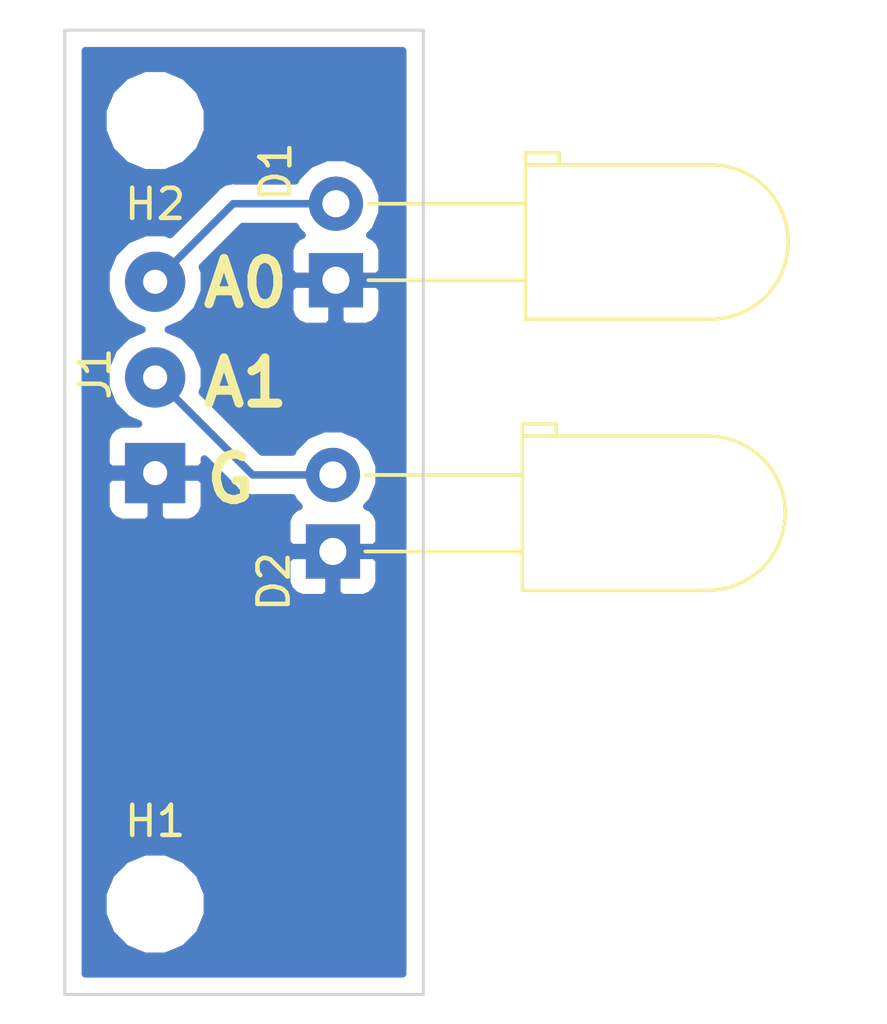
<source format=kicad_pcb>
(kicad_pcb (version 20171130) (host pcbnew 5.0.2-bee76a0~70~ubuntu18.04.1)

  (general
    (thickness 1.6)
    (drawings 11)
    (tracks 4)
    (zones 0)
    (modules 5)
    (nets 4)
  )

  (page A4)
  (layers
    (0 F.Cu signal)
    (31 B.Cu signal)
    (32 B.Adhes user)
    (33 F.Adhes user)
    (34 B.Paste user)
    (35 F.Paste user)
    (36 B.SilkS user)
    (37 F.SilkS user)
    (38 B.Mask user)
    (39 F.Mask user)
    (40 Dwgs.User user)
    (41 Cmts.User user)
    (42 Eco1.User user)
    (43 Eco2.User user)
    (44 Edge.Cuts user)
    (45 Margin user)
    (46 B.CrtYd user)
    (47 F.CrtYd user)
    (48 B.Fab user)
    (49 F.Fab user)
  )

  (setup
    (last_trace_width 0.25)
    (trace_clearance 0.2)
    (zone_clearance 0.508)
    (zone_45_only no)
    (trace_min 0.2)
    (segment_width 0.2)
    (edge_width 0.1)
    (via_size 0.8)
    (via_drill 0.4)
    (via_min_size 0.4)
    (via_min_drill 0.3)
    (uvia_size 0.3)
    (uvia_drill 0.1)
    (uvias_allowed no)
    (uvia_min_size 0.2)
    (uvia_min_drill 0.1)
    (pcb_text_width 0.3)
    (pcb_text_size 1.5 1.5)
    (mod_edge_width 0.15)
    (mod_text_size 1 1)
    (mod_text_width 0.15)
    (pad_size 1.5 1.5)
    (pad_drill 0.6)
    (pad_to_mask_clearance 0)
    (solder_mask_min_width 0.25)
    (aux_axis_origin 0 0)
    (visible_elements FFFFFF7F)
    (pcbplotparams
      (layerselection 0x010fc_ffffffff)
      (usegerberextensions true)
      (usegerberattributes false)
      (usegerberadvancedattributes false)
      (creategerberjobfile false)
      (excludeedgelayer true)
      (linewidth 0.100000)
      (plotframeref false)
      (viasonmask false)
      (mode 1)
      (useauxorigin false)
      (hpglpennumber 1)
      (hpglpenspeed 20)
      (hpglpendiameter 15.000000)
      (psnegative false)
      (psa4output false)
      (plotreference true)
      (plotvalue true)
      (plotinvisibletext false)
      (padsonsilk false)
      (subtractmaskfromsilk false)
      (outputformat 1)
      (mirror false)
      (drillshape 0)
      (scaleselection 1)
      (outputdirectory "Gerber/V1_5/"))
  )

  (net 0 "")
  (net 1 "Net-(D1-Pad1)")
  (net 2 "Net-(D1-Pad2)")
  (net 3 "Net-(D2-Pad2)")

  (net_class Default "This is the default net class."
    (clearance 0.2)
    (trace_width 0.25)
    (via_dia 0.8)
    (via_drill 0.4)
    (uvia_dia 0.3)
    (uvia_drill 0.1)
    (add_net "Net-(D1-Pad1)")
    (add_net "Net-(D1-Pad2)")
    (add_net "Net-(D2-Pad2)")
  )

  (module LED_THT:LED_D5.0mm_Horizontal_O6.35mm_Z9.0mm (layer F.Cu) (tedit 5880A863) (tstamp 5D35356E)
    (at 153.1 69.5 90)
    (descr "LED, diameter 5.0mm z-position of LED center 3.0mm, 2 pins, diameter 5.0mm z-position of LED center 3.0mm, 2 pins, diameter 5.0mm z-position of LED center 3.0mm, 2 pins, diameter 5.0mm z-position of LED center 9.0mm, 2 pins, diameter 5.0mm z-position of LED center 9.0mm, 2 pins, diameter 5.0mm z-position of LED center 9.0mm, 2 pins")
    (tags "LED diameter 5.0mm z-position of LED center 3.0mm 2 pins diameter 5.0mm z-position of LED center 3.0mm 2 pins diameter 5.0mm z-position of LED center 3.0mm 2 pins diameter 5.0mm z-position of LED center 9.0mm 2 pins diameter 5.0mm z-position of LED center 9.0mm 2 pins diameter 5.0mm z-position of LED center 9.0mm 2 pins")
    (path /5D3017E2)
    (fp_text reference D2 (at -1 -1.96 90) (layer F.SilkS)
      (effects (font (size 1 1) (thickness 0.15)))
    )
    (fp_text value IR333-A (at 1.27 16.01 90) (layer F.Fab)
      (effects (font (size 1 1) (thickness 0.15)))
    )
    (fp_arc (start 1.27 12.45) (end -1.23 12.45) (angle -180) (layer F.Fab) (width 0.1))
    (fp_arc (start 1.27 12.45) (end -1.29 12.45) (angle -180) (layer F.SilkS) (width 0.12))
    (fp_line (start -1.23 6.35) (end -1.23 12.45) (layer F.Fab) (width 0.1))
    (fp_line (start 3.77 6.35) (end 3.77 12.45) (layer F.Fab) (width 0.1))
    (fp_line (start -1.23 6.35) (end 3.77 6.35) (layer F.Fab) (width 0.1))
    (fp_line (start 4.17 6.35) (end 4.17 7.35) (layer F.Fab) (width 0.1))
    (fp_line (start 4.17 7.35) (end 3.77 7.35) (layer F.Fab) (width 0.1))
    (fp_line (start 3.77 7.35) (end 3.77 6.35) (layer F.Fab) (width 0.1))
    (fp_line (start 3.77 6.35) (end 4.17 6.35) (layer F.Fab) (width 0.1))
    (fp_line (start 0 0) (end 0 6.35) (layer F.Fab) (width 0.1))
    (fp_line (start 0 6.35) (end 0 6.35) (layer F.Fab) (width 0.1))
    (fp_line (start 0 6.35) (end 0 0) (layer F.Fab) (width 0.1))
    (fp_line (start 0 0) (end 0 0) (layer F.Fab) (width 0.1))
    (fp_line (start 2.54 0) (end 2.54 6.35) (layer F.Fab) (width 0.1))
    (fp_line (start 2.54 6.35) (end 2.54 6.35) (layer F.Fab) (width 0.1))
    (fp_line (start 2.54 6.35) (end 2.54 0) (layer F.Fab) (width 0.1))
    (fp_line (start 2.54 0) (end 2.54 0) (layer F.Fab) (width 0.1))
    (fp_line (start -1.29 6.29) (end -1.29 12.45) (layer F.SilkS) (width 0.12))
    (fp_line (start 3.83 6.29) (end 3.83 12.45) (layer F.SilkS) (width 0.12))
    (fp_line (start -1.29 6.29) (end 3.83 6.29) (layer F.SilkS) (width 0.12))
    (fp_line (start 4.23 6.29) (end 4.23 7.41) (layer F.SilkS) (width 0.12))
    (fp_line (start 4.23 7.41) (end 3.83 7.41) (layer F.SilkS) (width 0.12))
    (fp_line (start 3.83 7.41) (end 3.83 6.29) (layer F.SilkS) (width 0.12))
    (fp_line (start 3.83 6.29) (end 4.23 6.29) (layer F.SilkS) (width 0.12))
    (fp_line (start 0 1.08) (end 0 6.29) (layer F.SilkS) (width 0.12))
    (fp_line (start 0 6.29) (end 0 6.29) (layer F.SilkS) (width 0.12))
    (fp_line (start 0 6.29) (end 0 1.08) (layer F.SilkS) (width 0.12))
    (fp_line (start 0 1.08) (end 0 1.08) (layer F.SilkS) (width 0.12))
    (fp_line (start 2.54 1.08) (end 2.54 6.29) (layer F.SilkS) (width 0.12))
    (fp_line (start 2.54 6.29) (end 2.54 6.29) (layer F.SilkS) (width 0.12))
    (fp_line (start 2.54 6.29) (end 2.54 1.08) (layer F.SilkS) (width 0.12))
    (fp_line (start 2.54 1.08) (end 2.54 1.08) (layer F.SilkS) (width 0.12))
    (fp_line (start -1.95 -1.25) (end -1.95 15.3) (layer F.CrtYd) (width 0.05))
    (fp_line (start -1.95 15.3) (end 4.5 15.3) (layer F.CrtYd) (width 0.05))
    (fp_line (start 4.5 15.3) (end 4.5 -1.25) (layer F.CrtYd) (width 0.05))
    (fp_line (start 4.5 -1.25) (end -1.95 -1.25) (layer F.CrtYd) (width 0.05))
    (pad 1 thru_hole rect (at 0 0 90) (size 1.8 1.8) (drill 0.9) (layers *.Cu *.Mask)
      (net 1 "Net-(D1-Pad1)"))
    (pad 2 thru_hole circle (at 2.54 0 90) (size 1.8 1.8) (drill 0.9) (layers *.Cu *.Mask)
      (net 3 "Net-(D2-Pad2)"))
    (model ${KISYS3DMOD}/LED_THT.3dshapes/LED_D5.0mm_Horizontal_O6.35mm_Z9.0mm.wrl
      (at (xyz 0 0 0))
      (scale (xyz 1 1 1))
      (rotate (xyz 0 0 0))
    )
  )

  (module LED_THT:LED_D5.0mm_Horizontal_O6.35mm_Z9.0mm (layer F.Cu) (tedit 5880A863) (tstamp 5D352871)
    (at 153.2 60.5 90)
    (descr "LED, diameter 5.0mm z-position of LED center 3.0mm, 2 pins, diameter 5.0mm z-position of LED center 3.0mm, 2 pins, diameter 5.0mm z-position of LED center 3.0mm, 2 pins, diameter 5.0mm z-position of LED center 9.0mm, 2 pins, diameter 5.0mm z-position of LED center 9.0mm, 2 pins, diameter 5.0mm z-position of LED center 9.0mm, 2 pins")
    (tags "LED diameter 5.0mm z-position of LED center 3.0mm 2 pins diameter 5.0mm z-position of LED center 3.0mm 2 pins diameter 5.0mm z-position of LED center 3.0mm 2 pins diameter 5.0mm z-position of LED center 9.0mm 2 pins diameter 5.0mm z-position of LED center 9.0mm 2 pins diameter 5.0mm z-position of LED center 9.0mm 2 pins")
    (path /5CC072E3)
    (fp_text reference D1 (at 3.6 -2 90) (layer F.SilkS)
      (effects (font (size 1 1) (thickness 0.15)))
    )
    (fp_text value IR333-A (at 1.27 16.01 90) (layer F.Fab)
      (effects (font (size 1 1) (thickness 0.15)))
    )
    (fp_line (start 4.5 -1.25) (end -1.95 -1.25) (layer F.CrtYd) (width 0.05))
    (fp_line (start 4.5 15.3) (end 4.5 -1.25) (layer F.CrtYd) (width 0.05))
    (fp_line (start -1.95 15.3) (end 4.5 15.3) (layer F.CrtYd) (width 0.05))
    (fp_line (start -1.95 -1.25) (end -1.95 15.3) (layer F.CrtYd) (width 0.05))
    (fp_line (start 2.54 1.08) (end 2.54 1.08) (layer F.SilkS) (width 0.12))
    (fp_line (start 2.54 6.29) (end 2.54 1.08) (layer F.SilkS) (width 0.12))
    (fp_line (start 2.54 6.29) (end 2.54 6.29) (layer F.SilkS) (width 0.12))
    (fp_line (start 2.54 1.08) (end 2.54 6.29) (layer F.SilkS) (width 0.12))
    (fp_line (start 0 1.08) (end 0 1.08) (layer F.SilkS) (width 0.12))
    (fp_line (start 0 6.29) (end 0 1.08) (layer F.SilkS) (width 0.12))
    (fp_line (start 0 6.29) (end 0 6.29) (layer F.SilkS) (width 0.12))
    (fp_line (start 0 1.08) (end 0 6.29) (layer F.SilkS) (width 0.12))
    (fp_line (start 3.83 6.29) (end 4.23 6.29) (layer F.SilkS) (width 0.12))
    (fp_line (start 3.83 7.41) (end 3.83 6.29) (layer F.SilkS) (width 0.12))
    (fp_line (start 4.23 7.41) (end 3.83 7.41) (layer F.SilkS) (width 0.12))
    (fp_line (start 4.23 6.29) (end 4.23 7.41) (layer F.SilkS) (width 0.12))
    (fp_line (start -1.29 6.29) (end 3.83 6.29) (layer F.SilkS) (width 0.12))
    (fp_line (start 3.83 6.29) (end 3.83 12.45) (layer F.SilkS) (width 0.12))
    (fp_line (start -1.29 6.29) (end -1.29 12.45) (layer F.SilkS) (width 0.12))
    (fp_line (start 2.54 0) (end 2.54 0) (layer F.Fab) (width 0.1))
    (fp_line (start 2.54 6.35) (end 2.54 0) (layer F.Fab) (width 0.1))
    (fp_line (start 2.54 6.35) (end 2.54 6.35) (layer F.Fab) (width 0.1))
    (fp_line (start 2.54 0) (end 2.54 6.35) (layer F.Fab) (width 0.1))
    (fp_line (start 0 0) (end 0 0) (layer F.Fab) (width 0.1))
    (fp_line (start 0 6.35) (end 0 0) (layer F.Fab) (width 0.1))
    (fp_line (start 0 6.35) (end 0 6.35) (layer F.Fab) (width 0.1))
    (fp_line (start 0 0) (end 0 6.35) (layer F.Fab) (width 0.1))
    (fp_line (start 3.77 6.35) (end 4.17 6.35) (layer F.Fab) (width 0.1))
    (fp_line (start 3.77 7.35) (end 3.77 6.35) (layer F.Fab) (width 0.1))
    (fp_line (start 4.17 7.35) (end 3.77 7.35) (layer F.Fab) (width 0.1))
    (fp_line (start 4.17 6.35) (end 4.17 7.35) (layer F.Fab) (width 0.1))
    (fp_line (start -1.23 6.35) (end 3.77 6.35) (layer F.Fab) (width 0.1))
    (fp_line (start 3.77 6.35) (end 3.77 12.45) (layer F.Fab) (width 0.1))
    (fp_line (start -1.23 6.35) (end -1.23 12.45) (layer F.Fab) (width 0.1))
    (fp_arc (start 1.27 12.45) (end -1.29 12.45) (angle -180) (layer F.SilkS) (width 0.12))
    (fp_arc (start 1.27 12.45) (end -1.23 12.45) (angle -180) (layer F.Fab) (width 0.1))
    (pad 2 thru_hole circle (at 2.54 0 90) (size 1.8 1.8) (drill 0.9) (layers *.Cu *.Mask)
      (net 2 "Net-(D1-Pad2)"))
    (pad 1 thru_hole rect (at 0 0 90) (size 1.8 1.8) (drill 0.9) (layers *.Cu *.Mask)
      (net 1 "Net-(D1-Pad1)"))
    (model ${KISYS3DMOD}/LED_THT.3dshapes/LED_D5.0mm_Horizontal_O6.35mm_Z9.0mm.wrl
      (at (xyz 0 0 0))
      (scale (xyz 1 1 1))
      (rotate (xyz 0 0 0))
    )
  )

  (module Connector_Wire:SolderWirePad_1x03_P3.175mm_Drill0.8mm (layer F.Cu) (tedit 5AEE57A0) (tstamp 5D3528A7)
    (at 147.2 66.9 90)
    (descr "Wire solder connection")
    (tags connector)
    (path /5D30172D)
    (attr virtual)
    (fp_text reference J1 (at 3.3 -2 90) (layer F.SilkS)
      (effects (font (size 1 1) (thickness 0.15)))
    )
    (fp_text value Conn_01x03 (at 3.175 2.54 90) (layer F.Fab)
      (effects (font (size 1 1) (thickness 0.15)))
    )
    (fp_text user %R (at 3.175 0 90) (layer F.Fab)
      (effects (font (size 1 1) (thickness 0.15)))
    )
    (fp_line (start -1.49 -1.5) (end 7.85 -1.5) (layer F.CrtYd) (width 0.05))
    (fp_line (start -1.49 -1.5) (end -1.49 1.5) (layer F.CrtYd) (width 0.05))
    (fp_line (start 7.85 1.5) (end 7.85 -1.5) (layer F.CrtYd) (width 0.05))
    (fp_line (start 7.85 1.5) (end -1.49 1.5) (layer F.CrtYd) (width 0.05))
    (pad 1 thru_hole rect (at 0 0 90) (size 1.99898 1.99898) (drill 0.8001) (layers *.Cu *.Mask)
      (net 1 "Net-(D1-Pad1)"))
    (pad 2 thru_hole circle (at 3.175 0 90) (size 1.99898 1.99898) (drill 0.8001) (layers *.Cu *.Mask)
      (net 3 "Net-(D2-Pad2)"))
    (pad 3 thru_hole circle (at 6.35 0 90) (size 1.99898 1.99898) (drill 0.8001) (layers *.Cu *.Mask)
      (net 2 "Net-(D1-Pad2)"))
  )

  (module MountingHole:MountingHole_2.2mm_M2_ISO7380 (layer F.Cu) (tedit 56D1B4CB) (tstamp 5D353B69)
    (at 147.2 81.2)
    (descr "Mounting Hole 2.2mm, no annular, M2, ISO7380")
    (tags "mounting hole 2.2mm no annular m2 iso7380")
    (path /5D3538B8)
    (attr virtual)
    (fp_text reference H1 (at 0 -2.75) (layer F.SilkS)
      (effects (font (size 1 1) (thickness 0.15)))
    )
    (fp_text value MountingHole (at 0 2.75) (layer F.Fab)
      (effects (font (size 1 1) (thickness 0.15)))
    )
    (fp_text user %R (at 0.3 0) (layer F.Fab)
      (effects (font (size 1 1) (thickness 0.15)))
    )
    (fp_circle (center 0 0) (end 1.75 0) (layer Cmts.User) (width 0.15))
    (fp_circle (center 0 0) (end 2 0) (layer F.CrtYd) (width 0.05))
    (pad 1 np_thru_hole circle (at 0 0) (size 2.2 2.2) (drill 2.2) (layers *.Cu *.Mask))
  )

  (module MountingHole:MountingHole_2.2mm_M2_ISO7380 (layer F.Cu) (tedit 56D1B4CB) (tstamp 5D353BA1)
    (at 147.2 55.2)
    (descr "Mounting Hole 2.2mm, no annular, M2, ISO7380")
    (tags "mounting hole 2.2mm no annular m2 iso7380")
    (path /5D353966)
    (attr virtual)
    (fp_text reference H2 (at 0 2.774999) (layer F.SilkS)
      (effects (font (size 1 1) (thickness 0.15)))
    )
    (fp_text value MountingHole (at 0 2.75) (layer F.Fab)
      (effects (font (size 1 1) (thickness 0.15)))
    )
    (fp_circle (center 0 0) (end 2 0) (layer F.CrtYd) (width 0.05))
    (fp_circle (center 0 0) (end 1.75 0) (layer Cmts.User) (width 0.15))
    (fp_text user %R (at 0.3 0) (layer F.Fab)
      (effects (font (size 1 1) (thickness 0.15)))
    )
    (pad 1 np_thru_hole circle (at 0 0) (size 2.2 2.2) (drill 2.2) (layers *.Cu *.Mask))
  )

  (gr_circle (center 168.2 77.2) (end 170.8 79) (layer Dwgs.User) (width 0.2) (tstamp 5D353B15))
  (gr_text A1 (at 150.2 63.9) (layer F.SilkS)
    (effects (font (size 1.5 1.5) (thickness 0.3)))
  )
  (gr_text A0 (at 150.2 60.6) (layer F.SilkS)
    (effects (font (size 1.5 1.5) (thickness 0.3)))
  )
  (gr_text G (at 149.7 67.1) (layer F.SilkS)
    (effects (font (size 1.5 1.5) (thickness 0.3)))
  )
  (gr_line (start 156.1 84.2) (end 156.1 63.2) (layer Edge.Cuts) (width 0.1))
  (gr_line (start 144.2 84.2) (end 156.1 84.2) (layer Edge.Cuts) (width 0.1))
  (gr_line (start 144.2 52.2) (end 144.2 84.2) (layer Edge.Cuts) (width 0.1))
  (gr_line (start 156.1 52.2) (end 144.2 52.2) (layer Edge.Cuts) (width 0.1))
  (gr_line (start 156.1 63.2) (end 156.1 52.2) (layer Edge.Cuts) (width 0.1))
  (gr_circle (center 168.2 68.2) (end 170.8 70) (layer Dwgs.User) (width 0.2) (tstamp 5D353B0E))
  (gr_circle (center 168.237723 59.2) (end 170.837723 61) (layer Dwgs.User) (width 0.2) (tstamp 5D3535CA))

  (segment (start 149.79 57.96) (end 153.2 57.96) (width 0.25) (layer B.Cu) (net 2))
  (segment (start 147.2 60.55) (end 149.79 57.96) (width 0.25) (layer B.Cu) (net 2))
  (segment (start 150.435 66.96) (end 153.1 66.96) (width 0.25) (layer B.Cu) (net 3))
  (segment (start 147.2 63.725) (end 150.435 66.96) (width 0.25) (layer B.Cu) (net 3))

  (zone (net 1) (net_name "Net-(D1-Pad1)") (layer B.Cu) (tstamp 5D3AF2F4) (hatch edge 0.508)
    (connect_pads (clearance 0.508))
    (min_thickness 0.254)
    (fill yes (arc_segments 16) (thermal_gap 0.508) (thermal_bridge_width 0.508))
    (polygon
      (pts
        (xy 143.2 51.2) (xy 157.2 51.2) (xy 157.2 85.2) (xy 143.3 85.2)
      )
    )
    (filled_polygon
      (pts
        (xy 155.415 63.267461) (xy 155.415001 63.267466) (xy 155.415 83.515) (xy 144.885 83.515) (xy 144.885 80.854887)
        (xy 145.465 80.854887) (xy 145.465 81.545113) (xy 145.729138 82.182799) (xy 146.217201 82.670862) (xy 146.854887 82.935)
        (xy 147.545113 82.935) (xy 148.182799 82.670862) (xy 148.670862 82.182799) (xy 148.935 81.545113) (xy 148.935 80.854887)
        (xy 148.670862 80.217201) (xy 148.182799 79.729138) (xy 147.545113 79.465) (xy 146.854887 79.465) (xy 146.217201 79.729138)
        (xy 145.729138 80.217201) (xy 145.465 80.854887) (xy 144.885 80.854887) (xy 144.885 69.78575) (xy 151.565 69.78575)
        (xy 151.565 70.526309) (xy 151.661673 70.759698) (xy 151.840301 70.938327) (xy 152.07369 71.035) (xy 152.81425 71.035)
        (xy 152.973 70.87625) (xy 152.973 69.627) (xy 153.227 69.627) (xy 153.227 70.87625) (xy 153.38575 71.035)
        (xy 154.12631 71.035) (xy 154.359699 70.938327) (xy 154.538327 70.759698) (xy 154.635 70.526309) (xy 154.635 69.78575)
        (xy 154.47625 69.627) (xy 153.227 69.627) (xy 152.973 69.627) (xy 151.72375 69.627) (xy 151.565 69.78575)
        (xy 144.885 69.78575) (xy 144.885 67.18575) (xy 145.56551 67.18575) (xy 145.56551 68.025799) (xy 145.662183 68.259188)
        (xy 145.840811 68.437817) (xy 146.0742 68.53449) (xy 146.91425 68.53449) (xy 147.073 68.37574) (xy 147.073 67.027)
        (xy 147.327 67.027) (xy 147.327 68.37574) (xy 147.48575 68.53449) (xy 148.3258 68.53449) (xy 148.559189 68.437817)
        (xy 148.737817 68.259188) (xy 148.83449 68.025799) (xy 148.83449 67.18575) (xy 148.67574 67.027) (xy 147.327 67.027)
        (xy 147.073 67.027) (xy 145.72426 67.027) (xy 145.56551 67.18575) (xy 144.885 67.18575) (xy 144.885 60.22488)
        (xy 145.56551 60.22488) (xy 145.56551 60.87512) (xy 145.814346 61.475864) (xy 146.274136 61.935654) (xy 146.761436 62.1375)
        (xy 146.274136 62.339346) (xy 145.814346 62.799136) (xy 145.56551 63.39988) (xy 145.56551 64.05012) (xy 145.814346 64.650864)
        (xy 146.274136 65.110654) (xy 146.647992 65.26551) (xy 146.0742 65.26551) (xy 145.840811 65.362183) (xy 145.662183 65.540812)
        (xy 145.56551 65.774201) (xy 145.56551 66.61425) (xy 145.72426 66.773) (xy 147.073 66.773) (xy 147.073 66.753)
        (xy 147.327 66.753) (xy 147.327 66.773) (xy 148.67574 66.773) (xy 148.83449 66.61425) (xy 148.83449 66.434292)
        (xy 149.844671 67.444473) (xy 149.887071 67.507929) (xy 150.138463 67.675904) (xy 150.360148 67.72) (xy 150.360153 67.72)
        (xy 150.435 67.734888) (xy 150.509847 67.72) (xy 151.753331 67.72) (xy 151.79869 67.829507) (xy 151.975044 68.005861)
        (xy 151.840301 68.061673) (xy 151.661673 68.240302) (xy 151.565 68.473691) (xy 151.565 69.21425) (xy 151.72375 69.373)
        (xy 152.973 69.373) (xy 152.973 69.353) (xy 153.227 69.353) (xy 153.227 69.373) (xy 154.47625 69.373)
        (xy 154.635 69.21425) (xy 154.635 68.473691) (xy 154.538327 68.240302) (xy 154.359699 68.061673) (xy 154.224956 68.005861)
        (xy 154.40131 67.829507) (xy 154.635 67.26533) (xy 154.635 66.65467) (xy 154.40131 66.090493) (xy 153.969507 65.65869)
        (xy 153.40533 65.425) (xy 152.79467 65.425) (xy 152.230493 65.65869) (xy 151.79869 66.090493) (xy 151.753331 66.2)
        (xy 150.749802 66.2) (xy 148.765786 64.215985) (xy 148.83449 64.05012) (xy 148.83449 63.39988) (xy 148.585654 62.799136)
        (xy 148.125864 62.339346) (xy 147.638564 62.1375) (xy 148.125864 61.935654) (xy 148.585654 61.475864) (xy 148.83449 60.87512)
        (xy 148.83449 60.78575) (xy 151.665 60.78575) (xy 151.665 61.526309) (xy 151.761673 61.759698) (xy 151.940301 61.938327)
        (xy 152.17369 62.035) (xy 152.91425 62.035) (xy 153.073 61.87625) (xy 153.073 60.627) (xy 153.327 60.627)
        (xy 153.327 61.87625) (xy 153.48575 62.035) (xy 154.22631 62.035) (xy 154.459699 61.938327) (xy 154.638327 61.759698)
        (xy 154.735 61.526309) (xy 154.735 60.78575) (xy 154.57625 60.627) (xy 153.327 60.627) (xy 153.073 60.627)
        (xy 151.82375 60.627) (xy 151.665 60.78575) (xy 148.83449 60.78575) (xy 148.83449 60.22488) (xy 148.765787 60.059015)
        (xy 150.104802 58.72) (xy 151.853331 58.72) (xy 151.89869 58.829507) (xy 152.075044 59.005861) (xy 151.940301 59.061673)
        (xy 151.761673 59.240302) (xy 151.665 59.473691) (xy 151.665 60.21425) (xy 151.82375 60.373) (xy 153.073 60.373)
        (xy 153.073 60.353) (xy 153.327 60.353) (xy 153.327 60.373) (xy 154.57625 60.373) (xy 154.735 60.21425)
        (xy 154.735 59.473691) (xy 154.638327 59.240302) (xy 154.459699 59.061673) (xy 154.324956 59.005861) (xy 154.50131 58.829507)
        (xy 154.735 58.26533) (xy 154.735 57.65467) (xy 154.50131 57.090493) (xy 154.069507 56.65869) (xy 153.50533 56.425)
        (xy 152.89467 56.425) (xy 152.330493 56.65869) (xy 151.89869 57.090493) (xy 151.853331 57.2) (xy 149.864846 57.2)
        (xy 149.789999 57.185112) (xy 149.715152 57.2) (xy 149.715148 57.2) (xy 149.493463 57.244096) (xy 149.242071 57.412071)
        (xy 149.199671 57.475527) (xy 147.690985 58.984213) (xy 147.52512 58.91551) (xy 146.87488 58.91551) (xy 146.274136 59.164346)
        (xy 145.814346 59.624136) (xy 145.56551 60.22488) (xy 144.885 60.22488) (xy 144.885 54.854887) (xy 145.465 54.854887)
        (xy 145.465 55.545113) (xy 145.729138 56.182799) (xy 146.217201 56.670862) (xy 146.854887 56.935) (xy 147.545113 56.935)
        (xy 148.182799 56.670862) (xy 148.670862 56.182799) (xy 148.935 55.545113) (xy 148.935 54.854887) (xy 148.670862 54.217201)
        (xy 148.182799 53.729138) (xy 147.545113 53.465) (xy 146.854887 53.465) (xy 146.217201 53.729138) (xy 145.729138 54.217201)
        (xy 145.465 54.854887) (xy 144.885 54.854887) (xy 144.885 52.885) (xy 155.415001 52.885)
      )
    )
  )
)

</source>
